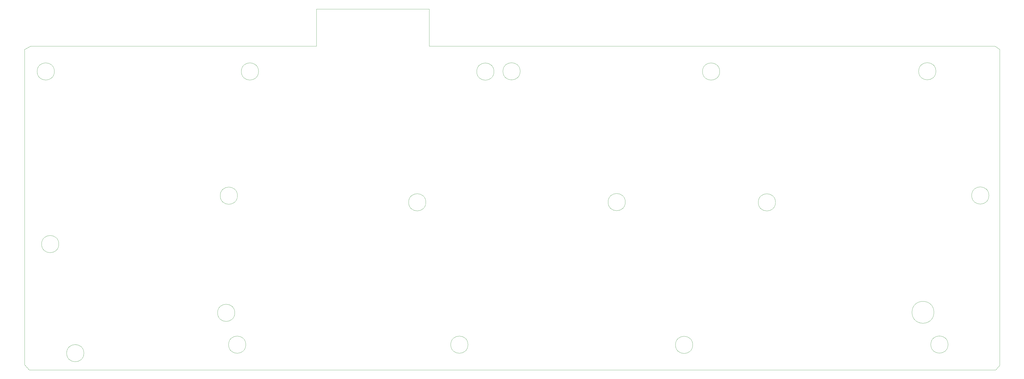
<source format=gbr>
%TF.GenerationSoftware,KiCad,Pcbnew,(6.0.11)*%
%TF.CreationDate,2023-11-05T18:47:01-08:00*%
%TF.ProjectId,keyboard,6b657962-6f61-4726-942e-6b696361645f,rev?*%
%TF.SameCoordinates,Original*%
%TF.FileFunction,Profile,NP*%
%FSLAX46Y46*%
G04 Gerber Fmt 4.6, Leading zero omitted, Abs format (unit mm)*
G04 Created by KiCad (PCBNEW (6.0.11)) date 2023-11-05 18:47:01*
%MOMM*%
%LPD*%
G01*
G04 APERTURE LIST*
%TA.AperFunction,Profile*%
%ADD10C,0.050000*%
%TD*%
G04 APERTURE END LIST*
D10*
X20320000Y-81534000D02*
X22606000Y-80264000D01*
X100863400Y-182575200D02*
G75*
G03*
X100863400Y-182575200I-3300000J0D01*
G01*
X105079800Y-194792600D02*
G75*
G03*
X105079800Y-194792600I-3300000J0D01*
G01*
X392176000Y-204470000D02*
X22098000Y-204470000D01*
X175260000Y-66040000D02*
X132080000Y-66040000D01*
X373964200Y-194741800D02*
G75*
G03*
X373964200Y-194741800I-3300000J0D01*
G01*
X20320000Y-202438000D02*
X20320000Y-81534000D01*
X368563000Y-182372000D02*
G75*
G03*
X368563000Y-182372000I-4200000J0D01*
G01*
X393700000Y-81534000D02*
X393700000Y-202692000D01*
X101879400Y-137642600D02*
G75*
G03*
X101879400Y-137642600I-3300000J0D01*
G01*
X391922000Y-80264000D02*
X393700000Y-81534000D01*
X200101200Y-90043000D02*
G75*
G03*
X200101200Y-90043000I-3300000J0D01*
G01*
X109956600Y-89992200D02*
G75*
G03*
X109956600Y-89992200I-3300000J0D01*
G01*
X22098000Y-204470000D02*
X20320000Y-202438000D01*
X190144400Y-194792600D02*
G75*
G03*
X190144400Y-194792600I-3300000J0D01*
G01*
X250393200Y-140106400D02*
G75*
G03*
X250393200Y-140106400I-3300000J0D01*
G01*
X276199600Y-194868800D02*
G75*
G03*
X276199600Y-194868800I-3300000J0D01*
G01*
X210134200Y-89941400D02*
G75*
G03*
X210134200Y-89941400I-3300000J0D01*
G01*
X174015400Y-140182600D02*
G75*
G03*
X174015400Y-140182600I-3300000J0D01*
G01*
X43076400Y-198045801D02*
G75*
G03*
X43076400Y-198045801I-3300000J0D01*
G01*
X175260000Y-80264000D02*
X391922000Y-80264000D01*
X286537400Y-90017600D02*
G75*
G03*
X286537400Y-90017600I-3300000J0D01*
G01*
X307898800Y-140208000D02*
G75*
G03*
X307898800Y-140208000I-3300000J0D01*
G01*
X33477200Y-156210000D02*
G75*
G03*
X33477200Y-156210000I-3300000J0D01*
G01*
X132080000Y-80264000D02*
X22606000Y-80264000D01*
X393700000Y-202692000D02*
X392176000Y-204470000D01*
X369316000Y-89916000D02*
G75*
G03*
X369316000Y-89916000I-3300000J0D01*
G01*
X132080000Y-66040000D02*
X132080000Y-80264000D01*
X175260000Y-66040000D02*
X175260000Y-80264000D01*
X31775400Y-89992200D02*
G75*
G03*
X31775400Y-89992200I-3300000J0D01*
G01*
X389610600Y-137566400D02*
G75*
G03*
X389610600Y-137566400I-3300000J0D01*
G01*
M02*

</source>
